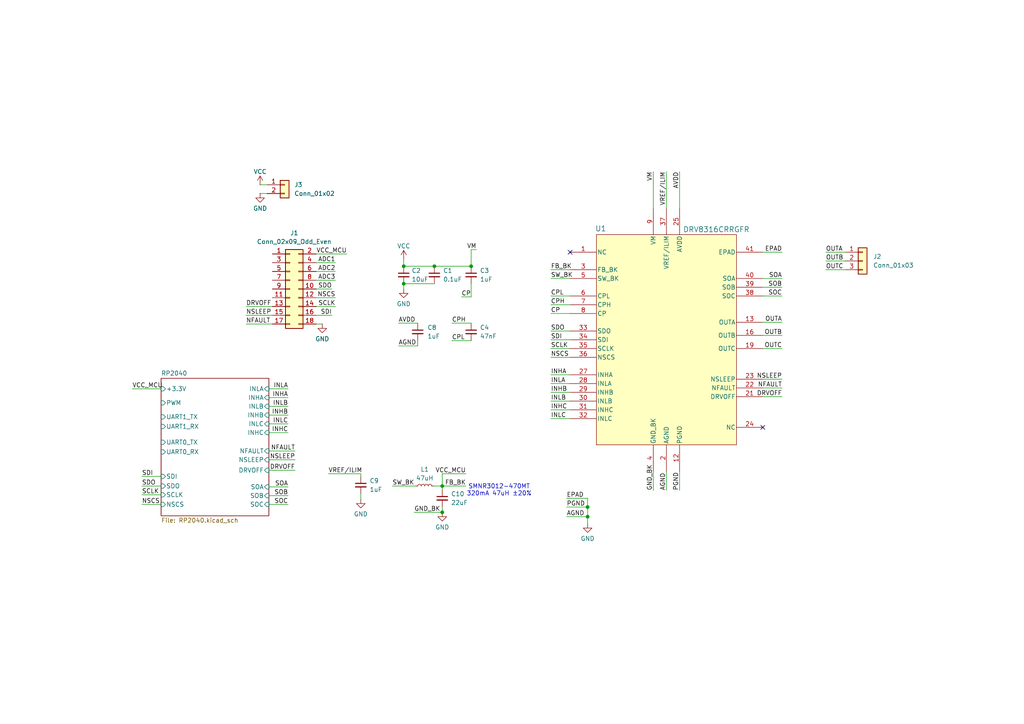
<source format=kicad_sch>
(kicad_sch (version 20240812) (generator "eeschema") (generator_version "8.99")
  (paper "A4")
  (title_block (title "MUREX MINIFOC ESC") (date "2024-10-30") (rev "V1.0") (company "MUREX ROBOTICS [Max Liu]") (comment 1 "// TECH FOR ALL ") (comment 2 "// THINK DIFFERENT") (comment 3 "and custom microcontroller design + firmware") (comment 4 "World's smallest, highest power density sensorless FOC ESC utilizing the DRV8316C"))
  (lib_symbols
    (symbol "2024-10-08_00-19-00:DRV8316CRRGFR" (pin_names (offset 0.254))
      (property "Reference" "U" (at 8.128 6.35 0))
      (property "Value" "DRV8316CRRGFR" (at 41.656 -57.658 0))
      (symbol "DRV8316CRRGFR_0_1"
        (pin no_connect line (at 0 0 0) (length 7.62) (name "NC") (number "1"))
        (pin power_in line (at 0 -5.08 0) (length 7.62) (name "FB_BK") (number "3"))
        (pin power_in line (at 0 -7.62 0) (length 7.62) (name "SW_BK") (number "5"))
        (pin power_in line (at 0 -12.7 0) (length 7.62) (name "CPL") (number "6"))
        (pin power_in line (at 0 -15.24 0) (length 7.62) (name "CPH") (number "7"))
        (pin power_in line (at 0 -17.78 0) (length 7.62) (name "CP") (number "8"))
        (pin output line (at 0 -22.86 0) (length 7.62) (name "SDO") (number "33"))
        (pin input line (at 0 -25.4 0) (length 7.62) (name "SDI") (number "34"))
        (pin input line (at 0 -27.94 0) (length 7.62) (name "SCLK") (number "35"))
        (pin input line (at 0 -30.48 0) (length 7.62) (name "NSCS") (number "36"))
        (pin input line (at 0 -35.56 0) (length 7.62) (name "INHA") (number "27"))
        (pin input line (at 0 -38.1 0) (length 7.62) (name "INLA") (number "28"))
        (pin input line (at 0 -40.64 0) (length 7.62) (name "INHB") (number "29"))
        (pin input line (at 0 -43.18 0) (length 7.62) (name "INLB") (number "30"))
        (pin input line (at 0 -45.72 0) (length 7.62) (name "INHC") (number "31"))
        (pin input line (at 0 -48.26 0) (length 7.62) (name "INLC") (number "32"))
        (pin power_in line (at 24.13 12.7 270) (length 7.62) (name "VM") (number "9"))
        (pin power_out line (at 24.13 -63.5 90) (length 7.62) (name "GND_BK") (number "4"))
        (pin power_in line (at 27.94 12.7 270) (length 7.62) (name "VREF/ILIM") (number "37"))
        (pin power_out line (at 27.94 -63.5 90) (length 7.62) (name "AGND") (number "2"))
        (pin power_in line (at 31.75 12.7 270) (length 7.62) (name "AVDD") (number "25"))
        (pin power_out line (at 31.75 -63.5 90) (length 7.62) (name "PGND") (number "12"))
        (pin power_out line (at 55.88 0 180) (length 7.62) (name "EPAD") (number "41"))
        (pin output line (at 55.88 -7.62 180) (length 7.62) (name "SOA") (number "40"))
        (pin output line (at 55.88 -10.16 180) (length 7.62) (name "SOB") (number "39"))
        (pin output line (at 55.88 -12.7 180) (length 7.62) (name "SOC") (number "38"))
        (pin power_in line (at 55.88 -20.32 180) (length 7.62) (name "OUTA") (number "13"))
        (pin power_in line (at 55.88 -24.13 180) (length 7.62) (name "OUTB") (number "16"))
        (pin power_in line (at 55.88 -27.94 180) (length 7.62) (name "OUTC") (number "19"))
        (pin input line (at 55.88 -36.83 180) (length 7.62) (name "NSLEEP") (number "23"))
        (pin output line (at 55.88 -39.37 180) (length 7.62) (name "NFAULT") (number "22"))
        (pin input line (at 55.88 -41.91 180) (length 7.62) (name "DRVOFF") (number "21"))
        (pin no_connect line (at 55.88 -50.8 180) (length 7.62) (name "NC") (number "24"))
      )
      (symbol "DRV8316CRRGFR_1_1"
        (rectangle (start 7.62 5.08) (end 48.26 -55.88) (fill (type background)))
        (pin power_in line (at 24.13 12.7 270) (length 7.62) hide (name "VM") (number "10"))
        (pin power_in line (at 24.13 12.7 270) (length 7.62) hide (name "VM") (number "11"))
        (pin power_out line (at 27.94 -63.5 90) (length 7.62) hide (name "AGND") (number "26"))
        (pin power_out line (at 31.75 -63.5 90) (length 7.62) hide (name "PGND") (number "15"))
        (pin power_out line (at 31.75 -63.5 90) (length 7.62) hide (name "PGND") (number "18"))
        (pin power_in line (at 55.88 -20.32 180) (length 7.62) hide (name "OUTA") (number "14"))
        (pin power_in line (at 55.88 -24.13 180) (length 7.62) hide (name "OUTB") (number "17"))
        (pin power_in line (at 55.88 -27.94 180) (length 7.62) hide (name "OUTC") (number "20"))
      )
    )
    (symbol "Connector_Generic:Conn_01x02" (pin_names (offset 1.016) hide)
      (property "Reference" "J" (at 0 2.54 0))
      (property "Value" "Conn_01x02" (at 0 -5.08 0))
      (symbol "Conn_01x02_1_1"
        (rectangle (start -1.27 1.27) (end 1.27 -3.81) (stroke (width 0.254)) (fill (type background)))
        (rectangle (start -1.27 0.127) (end 0 -0.127) (stroke (width 0.1524)))
        (rectangle (start -1.27 -2.413) (end 0 -2.667) (stroke (width 0.1524)))
        (pin passive line (at -5.08 0 0) (length 3.81) (name "Pin_1") (number "1"))
        (pin passive line (at -5.08 -2.54 0) (length 3.81) (name "Pin_2") (number "2"))
      )
    )
    (symbol "Connector_Generic:Conn_01x03" (pin_names (offset 1.016) hide)
      (property "Reference" "J" (at 0 5.08 0))
      (property "Value" "Conn_01x03" (at 0 -5.08 0))
      (symbol "Conn_01x03_1_1"
        (rectangle (start -1.27 3.81) (end 1.27 -3.81) (stroke (width 0.254)) (fill (type background)))
        (rectangle (start -1.27 2.667) (end 0 2.413) (stroke (width 0.1524)))
        (rectangle (start -1.27 0.127) (end 0 -0.127) (stroke (width 0.1524)))
        (rectangle (start -1.27 -2.413) (end 0 -2.667) (stroke (width 0.1524)))
        (pin passive line (at -5.08 2.54 0) (length 3.81) (name "Pin_1") (number "1"))
        (pin passive line (at -5.08 0 0) (length 3.81) (name "Pin_2") (number "2"))
        (pin passive line (at -5.08 -2.54 0) (length 3.81) (name "Pin_3") (number "3"))
      )
    )
    (symbol "Connector_Generic:Conn_02x09_Odd_Even" (pin_names (offset 1.016) hide)
      (property "Reference" "J" (at 1.27 12.7 0))
      (property "Value" "Conn_02x09_Odd_Even" (at 1.27 -12.7 0))
      (symbol "Conn_02x09_Odd_Even_1_1"
        (rectangle (start -1.27 11.43) (end 3.81 -11.43) (stroke (width 0.254)) (fill (type background)))
        (rectangle (start -1.27 10.287) (end 0 10.033) (stroke (width 0.1524)))
        (rectangle (start -1.27 7.747) (end 0 7.493) (stroke (width 0.1524)))
        (rectangle (start -1.27 5.207) (end 0 4.953) (stroke (width 0.1524)))
        (rectangle (start -1.27 2.667) (end 0 2.413) (stroke (width 0.1524)))
        (rectangle (start -1.27 0.127) (end 0 -0.127) (stroke (width 0.1524)))
        (rectangle (start -1.27 -2.413) (end 0 -2.667) (stroke (width 0.1524)))
        (rectangle (start -1.27 -4.953) (end 0 -5.207) (stroke (width 0.1524)))
        (rectangle (start -1.27 -7.493) (end 0 -7.747) (stroke (width 0.1524)))
        (rectangle (start -1.27 -10.033) (end 0 -10.287) (stroke (width 0.1524)))
        (rectangle (start 3.81 10.287) (end 2.54 10.033) (stroke (width 0.1524)))
        (rectangle (start 3.81 7.747) (end 2.54 7.493) (stroke (width 0.1524)))
        (rectangle (start 3.81 5.207) (end 2.54 4.953) (stroke (width 0.1524)))
        (rectangle (start 3.81 2.667) (end 2.54 2.413) (stroke (width 0.1524)))
        (rectangle (start 3.81 0.127) (end 2.54 -0.127) (stroke (width 0.1524)))
        (rectangle (start 3.81 -2.413) (end 2.54 -2.667) (stroke (width 0.1524)))
        (rectangle (start 3.81 -4.953) (end 2.54 -5.207) (stroke (width 0.1524)))
        (rectangle (start 3.81 -7.493) (end 2.54 -7.747) (stroke (width 0.1524)))
        (rectangle (start 3.81 -10.033) (end 2.54 -10.287) (stroke (width 0.1524)))
        (pin passive line (at -5.08 10.16 0) (length 3.81) (name "Pin_1") (number "1"))
        (pin passive line (at -5.08 7.62 0) (length 3.81) (name "Pin_3") (number "3"))
        (pin passive line (at -5.08 5.08 0) (length 3.81) (name "Pin_5") (number "5"))
        (pin passive line (at -5.08 2.54 0) (length 3.81) (name "Pin_7") (number "7"))
        (pin passive line (at -5.08 0 0) (length 3.81) (name "Pin_9") (number "9"))
        (pin passive line (at -5.08 -2.54 0) (length 3.81) (name "Pin_11") (number "11"))
        (pin passive line (at -5.08 -5.08 0) (length 3.81) (name "Pin_13") (number "13"))
        (pin passive line (at -5.08 -7.62 0) (length 3.81) (name "Pin_15") (number "15"))
        (pin passive line (at -5.08 -10.16 0) (length 3.81) (name "Pin_17") (number "17"))
        (pin passive line (at 7.62 10.16 180) (length 3.81) (name "Pin_2") (number "2"))
        (pin passive line (at 7.62 7.62 180) (length 3.81) (name "Pin_4") (number "4"))
        (pin passive line (at 7.62 5.08 180) (length 3.81) (name "Pin_6") (number "6"))
        (pin passive line (at 7.62 2.54 180) (length 3.81) (name "Pin_8") (number "8"))
        (pin passive line (at 7.62 0 180) (length 3.81) (name "Pin_10") (number "10"))
        (pin passive line (at 7.62 -2.54 180) (length 3.81) (name "Pin_12") (number "12"))
        (pin passive line (at 7.62 -5.08 180) (length 3.81) (name "Pin_14") (number "14"))
        (pin passive line (at 7.62 -7.62 180) (length 3.81) (name "Pin_16") (number "16"))
        (pin passive line (at 7.62 -10.16 180) (length 3.81) (name "Pin_18") (number "18"))
      )
    )
    (symbol "Device:C_Small" (pin_numbers hide) (pin_names (offset 0.254) hide)
      (property "Reference" "C" (at 0.254 1.778 0))
      (property "Value" "C_Small" (at 0.254 -2.032 0))
      (symbol "C_Small_0_1"
        (polyline (pts (xy -1.524 0.508) (xy 1.524 0.508)) (stroke (width 0.3048)))
        (polyline (pts (xy -1.524 -0.508) (xy 1.524 -0.508)) (stroke (width 0.3302)))
      )
      (symbol "C_Small_1_1"
        (pin passive line (at 0 2.54 270) (length 2.032) (name "~") (number "1"))
        (pin passive line (at 0 -2.54 90) (length 2.032) (name "~") (number "2"))
      )
    )
    (symbol "Device:L_Small" (pin_numbers hide) (pin_names (offset 0.254) hide)
      (property "Reference" "L" (at 0.762 1.016 0))
      (property "Value" "L_Small" (at 0.762 -1.016 0))
      (symbol "L_Small_0_1"
        (arc (start 0 2.032) (mid 0.5058 1.524) (end 0 1.016))
        (arc (start 0 1.016) (mid 0.5058 0.508) (end 0 0))
        (arc (start 0 0) (mid 0.5058 -0.508) (end 0 -1.016))
        (arc (start 0 -1.016) (mid 0.5058 -1.524) (end 0 -2.032))
      )
      (symbol "L_Small_1_1"
        (pin passive line (at 0 2.54 270) (length 0.508) (name "~") (number "1"))
        (pin passive line (at 0 -2.54 90) (length 0.508) (name "~") (number "2"))
      )
    )
    (symbol "power:GND" (power) (pin_numbers hide) (pin_names (offset 0) hide)
      (property "Value" "GND" (at 0 -3.81 0))
      (symbol "GND_0_1"
        (polyline (pts (xy 0 0) (xy 0 -1.27) (xy 1.27 -1.27) (xy 0 -2.54) (xy -1.27 -1.27) (xy 0 -1.27)))
      )
      (symbol "GND_1_1"
        (pin power_in line (at 0 0 270) (length 0) (name "~") (number "1"))
      )
    )
    (symbol "power:VCC" (power) (pin_numbers hide) (pin_names (offset 0) hide)
      (property "Value" "VCC" (at 0 3.556 0))
      (symbol "VCC_0_1"
        (polyline (pts (xy -0.762 1.27) (xy 0 2.54)))
        (polyline (pts (xy 0 2.54) (xy 0.762 1.27)))
        (polyline (pts (xy 0 0) (xy 0 2.54)))
      )
      (symbol "VCC_1_1"
        (pin power_in line (at 0 0 90) (length 0) (name "~") (number "1"))
      )
    )
  )
  (text "SMNR3012-470MT\n320mA 47uH ±20%" (at 144.78 142.24 0) (effects (font (size 1.27 1.27))))
  (junction (at 136.652 77.216))
  (junction (at 117.094 77.216))
  (junction (at 170.434 149.86))
  (junction (at 125.984 77.216))
  (junction (at 128.27 140.97))
  (junction (at 170.434 147.066))
  (junction (at 117.094 82.296))
  (junction (at 128.27 148.59))
  (no_connect (at 165.354 73.152))
  (no_connect (at 221.234 123.952))
  (wire (pts (xy 128.27 147.066) (xy 128.27 148.59)))
  (wire (pts (xy 159.766 85.852) (xy 165.354 85.852)))
  (wire (pts (xy 78.994 88.9) (xy 71.374 88.9)))
  (wire (pts (xy 97.282 86.36) (xy 91.694 86.36)))
  (wire (pts (xy 41.148 143.51) (xy 46.736 143.51)))
  (wire (pts (xy 164.338 144.526) (xy 170.434 144.526)))
  (wire (pts (xy 91.694 73.66) (xy 100.584 73.66)))
  (wire (pts (xy 83.566 146.304) (xy 77.978 146.304)))
  (wire (pts (xy 128.27 137.414) (xy 128.27 140.97)))
  (wire (pts (xy 159.766 116.332) (xy 165.354 116.332)))
  (wire (pts (xy 226.822 97.282) (xy 221.234 97.282)))
  (wire (pts (xy 138.176 72.39) (xy 136.652 72.39)))
  (wire (pts (xy 104.648 143.256) (xy 104.648 144.78)))
  (wire (pts (xy 164.338 149.86) (xy 170.434 149.86)))
  (wire (pts (xy 189.484 142.24) (xy 189.484 136.652)))
  (wire (pts (xy 83.566 117.856) (xy 77.978 117.856)))
  (wire (pts (xy 197.104 49.784) (xy 197.104 60.452)))
  (wire (pts (xy 159.766 108.712) (xy 165.354 108.712)))
  (wire (pts (xy 239.522 78.232) (xy 245.11 78.232)))
  (wire (pts (xy 117.094 82.296) (xy 125.984 82.296)))
  (wire (pts (xy 136.652 72.39) (xy 136.652 77.216)))
  (wire (pts (xy 117.094 82.296) (xy 117.094 83.82)))
  (wire (pts (xy 159.766 88.392) (xy 165.354 88.392)))
  (wire (pts (xy 159.766 103.632) (xy 165.354 103.632)))
  (wire (pts (xy 226.822 73.152) (xy 221.234 73.152)))
  (wire (pts (xy 226.822 112.522) (xy 221.234 112.522)))
  (wire (pts (xy 197.104 142.24) (xy 197.104 136.652)))
  (wire (pts (xy 159.766 78.232) (xy 165.354 78.232)))
  (wire (pts (xy 41.148 146.304) (xy 46.736 146.304)))
  (wire (pts (xy 239.522 75.692) (xy 245.11 75.692)))
  (wire (pts (xy 128.27 140.97) (xy 128.27 141.986)))
  (wire (pts (xy 75.438 56.134) (xy 77.47 56.134)))
  (wire (pts (xy 170.434 147.066) (xy 170.434 149.86)))
  (wire (pts (xy 159.766 121.412) (xy 165.354 121.412)))
  (wire (pts (xy 83.566 115.316) (xy 77.978 115.316)))
  (wire (pts (xy 113.792 140.97) (xy 120.65 140.97)))
  (wire (pts (xy 170.434 149.86) (xy 170.434 151.892)))
  (wire (pts (xy 121.158 98.806) (xy 121.158 100.33)))
  (wire (pts (xy 226.822 109.982) (xy 221.234 109.982)))
  (wire (pts (xy 117.094 75.184) (xy 117.094 77.216)))
  (wire (pts (xy 78.994 91.44) (xy 71.374 91.44)))
  (wire (pts (xy 159.766 96.012) (xy 165.354 96.012)))
  (wire (pts (xy 128.27 140.97) (xy 135.128 140.97)))
  (wire (pts (xy 193.294 142.24) (xy 193.294 136.652)))
  (wire (pts (xy 91.694 93.98) (xy 93.472 93.98)))
  (wire (pts (xy 159.766 111.252) (xy 165.354 111.252)))
  (wire (pts (xy 83.566 120.396) (xy 77.978 120.396)))
  (wire (pts (xy 189.484 49.784) (xy 189.484 60.452)))
  (wire (pts (xy 71.374 93.98) (xy 78.994 93.98)))
  (wire (pts (xy 226.822 93.472) (xy 221.234 93.472)))
  (wire (pts (xy 97.282 76.2) (xy 91.694 76.2)))
  (wire (pts (xy 193.294 49.784) (xy 193.294 60.452)))
  (wire (pts (xy 131.064 93.726) (xy 136.652 93.726)))
  (wire (pts (xy 226.822 80.772) (xy 221.234 80.772)))
  (wire (pts (xy 159.766 113.792) (xy 165.354 113.792)))
  (wire (pts (xy 77.978 133.35) (xy 85.598 133.35)))
  (wire (pts (xy 159.766 118.872) (xy 165.354 118.872)))
  (wire (pts (xy 83.566 125.476) (xy 77.978 125.476)))
  (wire (pts (xy 117.094 77.216) (xy 125.984 77.216)))
  (wire (pts (xy 97.282 88.9) (xy 91.694 88.9)))
  (wire (pts (xy 83.566 112.776) (xy 77.978 112.776)))
  (wire (pts (xy 133.858 86.106) (xy 136.652 86.106)))
  (wire (pts (xy 85.598 130.81) (xy 77.978 130.81)))
  (wire (pts (xy 83.566 141.224) (xy 77.978 141.224)))
  (wire (pts (xy 136.652 86.106) (xy 136.652 82.296)))
  (wire (pts (xy 97.282 78.74) (xy 91.694 78.74)))
  (wire (pts (xy 83.566 143.764) (xy 77.978 143.764)))
  (wire (pts (xy 125.984 77.216) (xy 136.652 77.216)))
  (wire (pts (xy 104.648 137.414) (xy 104.648 138.176)))
  (wire (pts (xy 120.142 148.59) (xy 128.27 148.59)))
  (wire (pts (xy 115.57 100.33) (xy 121.158 100.33)))
  (wire (pts (xy 83.566 122.936) (xy 77.978 122.936)))
  (wire (pts (xy 226.822 101.092) (xy 221.234 101.092)))
  (wire (pts (xy 226.822 85.852) (xy 221.234 85.852)))
  (wire (pts (xy 91.694 83.82) (xy 96.266 83.82)))
  (wire (pts (xy 75.438 53.594) (xy 77.47 53.594)))
  (wire (pts (xy 164.338 147.066) (xy 170.434 147.066)))
  (wire (pts (xy 159.766 98.552) (xy 165.354 98.552)))
  (wire (pts (xy 125.73 140.97) (xy 128.27 140.97)))
  (wire (pts (xy 41.148 140.97) (xy 46.736 140.97)))
  (wire (pts (xy 159.766 80.772) (xy 165.354 80.772)))
  (wire (pts (xy 226.822 115.062) (xy 221.234 115.062)))
  (wire (pts (xy 159.766 101.092) (xy 165.354 101.092)))
  (wire (pts (xy 97.282 81.28) (xy 91.694 81.28)))
  (wire (pts (xy 170.434 144.526) (xy 170.434 147.066)))
  (wire (pts (xy 38.354 112.776) (xy 46.736 112.776)))
  (wire (pts (xy 95.25 137.414) (xy 104.648 137.414)))
  (wire (pts (xy 226.822 83.312) (xy 221.234 83.312)))
  (wire (pts (xy 41.148 138.176) (xy 46.736 138.176)))
  (wire (pts (xy 91.694 91.44) (xy 96.266 91.44)))
  (wire (pts (xy 131.064 98.806) (xy 136.652 98.806)))
  (wire (pts (xy 239.522 73.152) (xy 245.11 73.152)))
  (wire (pts (xy 159.766 90.932) (xy 165.354 90.932)))
  (wire (pts (xy 77.978 136.398) (xy 85.598 136.398)))
  (wire (pts (xy 115.57 93.726) (xy 121.158 93.726)))
  (wire (pts (xy 135.128 137.414) (xy 128.27 137.414)))
  (label "NSCS" (at 41.148 146.304 0))
  (label "VCC_MCU" (at 100.584 73.66 180))
  (label "NSCS" (at 159.766 103.632 0))
  (label "GND_BK" (at 120.142 148.59 0))
  (label "VCC_MCU" (at 38.354 112.776 0))
  (label "SDI" (at 96.266 91.44 180))
  (label "AVDD" (at 115.57 93.726 0))
  (label "SW_BK" (at 113.792 140.97 0))
  (label "EPAD" (at 226.822 73.152 180))
  (label "NSLEEP" (at 71.374 91.44 0))
  (label "NSLEEP" (at 226.822 109.982 180))
  (label "INHC" (at 159.766 118.872 0))
  (label "VCC_MCU" (at 135.128 137.414 180))
  (label "SCLK" (at 41.148 143.51 0))
  (label "DRVOFF" (at 226.822 115.062 180))
  (label "PGND" (at 197.104 142.24 90))
  (label "CPH" (at 131.064 93.726 0))
  (label "FB_BK" (at 135.128 140.97 180))
  (label "SOA" (at 83.566 141.224 180))
  (label "OUTC" (at 239.522 78.232 0))
  (label "NSLEEP" (at 85.598 133.35 180))
  (label "CP" (at 133.858 86.106 0))
  (label "OUTB" (at 226.822 97.282 180))
  (label "VM" (at 138.176 72.39 180))
  (label "INLB" (at 159.766 116.332 0))
  (label "OUTB" (at 239.522 75.692 0))
  (label "SDI" (at 159.766 98.552 0))
  (label "INLA" (at 159.766 111.252 0))
  (label "DRVOFF" (at 85.598 136.398 180))
  (label "SW_BK" (at 159.766 80.772 0))
  (label "DRVOFF" (at 71.374 88.9 0))
  (label "SCLK" (at 97.282 88.9 180))
  (label "EPAD" (at 164.338 144.526 0))
  (label "INLA" (at 83.566 112.776 180))
  (label "SDO" (at 96.266 83.82 180))
  (label "INLB" (at 83.566 117.856 180))
  (label "AGND" (at 115.57 100.33 0))
  (label "CPL" (at 159.766 85.852 0))
  (label "INHA" (at 83.566 115.316 180))
  (label "AVDD" (at 197.104 49.784 270))
  (label "INHA" (at 159.766 108.712 0))
  (label "VM" (at 189.484 49.784 270))
  (label "ADC2" (at 97.282 78.74 180))
  (label "CPL" (at 131.064 98.806 0))
  (label "INHB" (at 83.566 120.396 180))
  (label "NFAULT" (at 71.374 93.98 0))
  (label "SOB" (at 83.566 143.764 180))
  (label "ADC3" (at 97.282 81.28 180))
  (label "VREF{slash}ILIM" (at 193.294 49.784 270))
  (label "CP" (at 159.766 90.932 0))
  (label "ADC1" (at 97.282 76.2 180))
  (label "SDO" (at 159.766 96.012 0))
  (label "PGND" (at 164.338 147.066 0))
  (label "NFAULT" (at 85.598 130.81 180))
  (label "FB_BK" (at 159.766 78.232 0))
  (label "SCLK" (at 159.766 101.092 0))
  (label "VREF{slash}ILIM" (at 95.25 137.414 0))
  (label "OUTC" (at 226.822 101.092 180))
  (label "SOC" (at 226.822 85.852 180))
  (label "OUTA" (at 226.822 93.472 180))
  (label "INLC" (at 83.566 122.936 180))
  (label "SOA" (at 226.822 80.772 180))
  (label "SDI" (at 41.148 138.176 0))
  (label "AGND" (at 193.294 142.24 90))
  (label "GND_BK" (at 189.484 142.24 90))
  (label "AGND" (at 164.338 149.86 0))
  (label "SOC" (at 83.566 146.304 180))
  (label "INHC" (at 83.566 125.476 180))
  (label "OUTA" (at 239.522 73.152 0))
  (label "CPH" (at 159.766 88.392 0))
  (label "INLC" (at 159.766 121.412 0))
  (label "INHB" (at 159.766 113.792 0))
  (label "SDO" (at 41.148 140.97 0))
  (label "NSCS" (at 97.282 86.36 180))
  (label "SOB" (at 226.822 83.312 180))
  (label "NFAULT" (at 226.822 112.522 180))
  (symbol (lib_id "Device:C_Small") (at 121.158 96.266 0) (unit 1)
    (property "Reference" "C8" (at 123.952 95.0023 0) (effects (justify left)))
    (property "Value" "1uF" (at 123.952 97.5423 0) (effects (justify left)))
    (property "Footprint" "Capacitor_SMD:C_0603_1608Metric" (effects (hide yes)))
    (property "Description" "Unpolarized capacitor, small symbol" (effects (hide yes)))
  )
  (symbol (lib_id "power:GND") (at 75.438 56.134 0) (unit 1)
    (property "Reference" "#PWR08" (effects (hide yes)))
    (property "Value" "GND" (at 75.438 60.452 0))
    (property "Description" "Power symbol creates a global label with name \"GND\" , ground" (effects (hide yes)))
  )
  (symbol (lib_id "Device:C_Small") (at 125.984 79.756 0) (unit 1)
    (property "Reference" "C1" (at 128.524 78.486 0) (effects (justify left)))
    (property "Value" "0.1uF" (at 128.524 81.026 0) (effects (justify left)))
    (property "Footprint" "Capacitor_SMD:C_0603_1608Metric" (effects (hide yes)))
    (property "Description" "Unpolarized capacitor, small symbol" (effects (hide yes)))
  )
  (symbol (lib_id "Device:C_Small") (at 136.652 96.266 0) (unit 1)
    (property "Reference" "C4" (at 139.192 94.996 0) (effects (justify left)))
    (property "Value" "47nF" (at 139.192 97.536 0) (effects (justify left)))
    (property "Footprint" "Capacitor_SMD:C_0603_1608Metric" (effects (hide yes)))
    (property "Description" "Unpolarized capacitor, small symbol" (effects (hide yes)))
  )
  (symbol (lib_id "Device:C_Small") (at 128.27 144.526 0) (unit 1)
    (property "Reference" "C10" (at 130.81 143.256 0) (effects (justify left)))
    (property "Value" "22uF" (at 130.81 145.796 0) (effects (justify left)))
    (property "Footprint" "Capacitor_SMD:C_0603_1608Metric" (effects (hide yes)))
    (property "Description" "Unpolarized capacitor, small symbol" (effects (hide yes)))
  )
  (symbol (lib_id "power:GND") (at 170.434 151.892 0) (unit 1)
    (property "Reference" "#PWR01" (effects (hide yes)))
    (property "Value" "GND" (at 170.434 156.21 0))
    (property "Description" "Power symbol creates a global label with name \"GND\" , ground" (effects (hide yes)))
  )
  (symbol (lib_id "Connector_Generic:Conn_02x09_Odd_Even") (at 84.074 83.82 0) (unit 1)
    (property "Reference" "J1" (at 85.344 67.564 0))
    (property "Value" "Conn_02x09_Odd_Even" (at 85.344 70.104 0))
    (property "Footprint" "Connector_PinHeader_1.27mm:PinHeader_2x09_P1.27mm_Vertical" (effects (hide yes)))
    (property "Description" "Generic connector, double row, 02x09, odd/even pin numbering scheme (row 1 odd numbers, row 2 even numbers), script generated (kicad-library-utils/schlib/autogen/connector/)" (effects (hide yes)))
  )
  (symbol (lib_id "Device:L_Small") (at 123.19 140.97 90) (unit 1)
    (property "Reference" "L1" (at 123.19 136.144 90))
    (property "Value" "47uH" (at 123.19 138.684 90))
    (property "Footprint" "DRV8316C:SMNR3012-470MT" (effects (hide yes)))
    (property "Description" "Inductor, small symbol" (effects (hide yes)))
  )
  (symbol (lib_id "power:GND") (at 93.472 93.98 0) (unit 1)
    (property "Reference" "#PWR09" (effects (hide yes)))
    (property "Value" "GND" (at 93.472 98.298 0))
    (property "Description" "Power symbol creates a global label with name \"GND\" , ground" (effects (hide yes)))
  )
  (symbol (lib_id "power:GND") (at 128.27 148.59 0) (unit 1)
    (property "Reference" "#PWR06" (effects (hide yes)))
    (property "Value" "GND" (at 128.27 152.908 0))
    (property "Description" "Power symbol creates a global label with name \"GND\" , ground" (effects (hide yes)))
  )
  (symbol (lib_id "2024-10-08_00-19-00:DRV8316CRRGFR") (at 165.354 73.152 0) (unit 1)
    (property "Reference" "U1" (at 174.244 66.294 0) (effects (font (size 1.524 1.524))))
    (property "Value" "DRV8316CRRGFR" (at 207.772 66.548 0) (effects (font (size 1.524 1.524))))
    (property "Footprint" "DRV8316C:VQFN40_RGF_TEX-L" (effects (hide yes)))
    (property "Datasheet" "DRV8316CRRGFR" (effects (hide yes)))
  )
  (symbol (lib_id "Device:C_Small") (at 104.648 140.716 0) (unit 1)
    (property "Reference" "C9" (at 107.188 139.4523 0) (effects (justify left)))
    (property "Value" "1uF" (at 107.188 141.9923 0) (effects (justify left)))
    (property "Footprint" "Capacitor_SMD:C_0603_1608Metric" (effects (hide yes)))
    (property "Description" "Unpolarized capacitor, small symbol" (effects (hide yes)))
  )
  (symbol (lib_id "power:GND") (at 104.648 144.78 0) (unit 1)
    (property "Reference" "#PWR05" (effects (hide yes)))
    (property "Value" "GND" (at 104.648 149.098 0))
    (property "Description" "Power symbol creates a global label with name \"GND\" , ground" (effects (hide yes)))
  )
  (symbol (lib_id "Connector_Generic:Conn_01x02") (at 82.55 53.594 0) (unit 1)
    (property "Reference" "J3" (at 85.344 53.594 0) (effects (justify left)))
    (property "Value" "Conn_01x02" (at 85.344 56.134 0) (effects (justify left)))
    (property "Description" "Generic connector, single row, 01x02, script generated (kicad-library-utils/schlib/autogen/connector/)" (effects (hide yes)))
  )
  (symbol (lib_id "power:VCC") (at 75.438 53.594 0) (unit 1)
    (property "Reference" "#PWR07" (effects (hide yes)))
    (property "Value" "VCC" (at 75.438 49.784 0))
    (property "Description" "Power symbol creates a global label with name \"VCC\"" (effects (hide yes)))
  )
  (symbol (lib_id "Device:C_Small") (at 117.094 79.756 0) (unit 1)
    (property "Reference" "C2" (at 119.38 78.486 0) (effects (justify left)))
    (property "Value" "10uF" (at 119.38 81.026 0) (effects (justify left)))
    (property "Footprint" "Capacitor_SMD:C_0603_1608Metric" (effects (hide yes)))
    (property "Description" "Unpolarized capacitor, small symbol" (effects (hide yes)))
  )
  (symbol (lib_id "power:GND") (at 117.094 83.82 0) (unit 1)
    (property "Reference" "#PWR03" (effects (hide yes)))
    (property "Value" "GND" (at 117.094 88.138 0))
    (property "Description" "Power symbol creates a global label with name \"GND\" , ground" (effects (hide yes)))
  )
  (symbol (lib_id "power:VCC") (at 117.094 75.184 0) (unit 1)
    (property "Reference" "#PWR02" (effects (hide yes)))
    (property "Value" "VCC" (at 117.094 71.374 0))
    (property "Description" "Power symbol creates a global label with name \"VCC\"" (effects (hide yes)))
  )
  (symbol (lib_id "Device:C_Small") (at 136.652 79.756 0) (unit 1)
    (property "Reference" "C3" (at 139.192 78.486 0) (effects (justify left)))
    (property "Value" "1uF" (at 139.192 81.026 0) (effects (justify left)))
    (property "Footprint" "Capacitor_SMD:C_0603_1608Metric" (effects (hide yes)))
    (property "Description" "Unpolarized capacitor, small symbol" (effects (hide yes)))
  )
  (symbol (lib_id "Connector_Generic:Conn_01x03") (at 250.19 75.692 0) (unit 1)
    (property "Reference" "J2" (at 253.238 74.422 0) (effects (justify left)))
    (property "Value" "Conn_01x03" (at 253.238 76.962 0) (effects (justify left)))
    (property "Footprint" "DRV8316C:ESC" (effects (hide yes)))
    (property "Description" "Generic connector, single row, 01x03, script generated (kicad-library-utils/schlib/autogen/connector/)" (effects (hide yes)))
  )
  (sheet (at 46.736 109.728) (size 31.242 39.878) (stroke (width 0.1524))
    (property "Sheetname" "RP2040" (at 46.736 109.0164 0) (effects (justify left bottom)))
    (property "Sheetfile" "RP2040.kicad_sch" (at 46.736 150.1906 0) (effects (justify left top)))
    (pin "+3.3V" input (at 46.736 112.776 180))
    (pin "UART0_RX" input (at 46.736 131.064 180))
    (pin "UART0_TX" input (at 46.736 128.27 180))
    (pin "NSLEEP" input (at 77.978 133.35 0))
    (pin "UART1_RX" input (at 46.736 123.698 180))
    (pin "SOA" input (at 77.978 141.224 0))
    (pin "SOB" input (at 77.978 143.764 0))
    (pin "SOC" input (at 77.978 146.304 0))
    (pin "SDI" input (at 46.736 138.176 180))
    (pin "NFAULT" input (at 77.978 130.81 0))
    (pin "INHC" input (at 77.978 125.476 0))
    (pin "INLB" input (at 77.978 117.856 0))
    (pin "INHB" input (at 77.978 120.396 0))
    (pin "INLA" input (at 77.978 112.776 0))
    (pin "DRVOFF" input (at 77.978 136.398 0))
    (pin "INHA" input (at 77.978 115.316 0))
    (pin "INLC" input (at 77.978 122.936 0))
    (pin "SCLK" input (at 46.736 143.51 180))
    (pin "NSCS" input (at 46.736 146.304 180))
    (pin "SDO" input (at 46.736 140.97 180))
    (pin "UART1_TX" input (at 46.736 120.904 180))
    (pin "PWM" input (at 46.736 116.84 180))
  )
)
</source>
